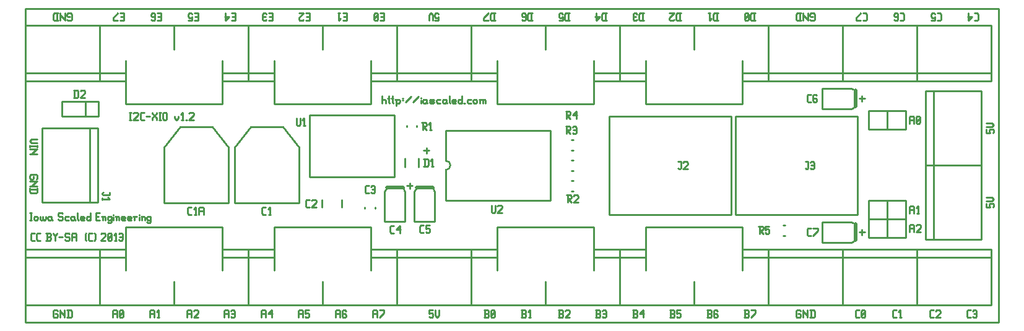
<source format=gbr>
G04 start of page 7 for group -4079 idx -4079 *
G04 Title: (unknown), topsilk *
G04 Creator: pcb 20140316 *
G04 CreationDate: Wed 18 Feb 2015 05:35:01 PM GMT UTC *
G04 For: ndholmes *
G04 Format: Gerber/RS-274X *
G04 PCB-Dimensions (mil): 5250.00 1700.00 *
G04 PCB-Coordinate-Origin: lower left *
%MOIN*%
%FSLAX25Y25*%
%LNTOPSILK*%
%ADD82C,0.0200*%
%ADD81C,0.0100*%
G54D81*X524500Y500D02*Y169500D01*
X449500Y49000D02*X452500D01*
X451000Y50500D02*Y47500D01*
Y122500D02*Y119500D01*
X449500Y121000D02*X452500D01*
X500Y500D02*X524500D01*
X500Y169500D02*Y500D01*
X216500Y94500D02*Y91500D01*
X215000Y93000D02*X218000D01*
X207500Y75500D02*Y72500D01*
X500Y169500D02*X524500D01*
X206000Y74000D02*X209000D01*
X218000Y7000D02*X220000D01*
X218000D02*Y5000D01*
X218500Y5500D01*
X219500D01*
X220000Y5000D01*
Y3500D01*
X219500Y3000D02*X220000Y3500D01*
X218500Y3000D02*X219500D01*
X218000Y3500D02*X218500Y3000D01*
X221200Y7000D02*Y4000D01*
X222200Y3000D01*
X223200Y4000D01*
Y7000D02*Y4000D01*
X247500Y3000D02*X249500D01*
X250000Y3500D01*
Y4500D02*Y3500D01*
X249500Y5000D02*X250000Y4500D01*
X248000Y5000D02*X249500D01*
X248000Y7000D02*Y3000D01*
X247500Y7000D02*X249500D01*
X250000Y6500D01*
Y5500D01*
X249500Y5000D02*X250000Y5500D01*
X251200Y3500D02*X251700Y3000D01*
X251200Y6500D02*Y3500D01*
Y6500D02*X251700Y7000D01*
X252700D01*
X253200Y6500D01*
Y3500D01*
X252700Y3000D02*X253200Y3500D01*
X251700Y3000D02*X252700D01*
X251200Y4000D02*X253200Y6000D01*
X267500Y3000D02*X269500D01*
X270000Y3500D01*
Y4500D02*Y3500D01*
X269500Y5000D02*X270000Y4500D01*
X268000Y5000D02*X269500D01*
X268000Y7000D02*Y3000D01*
X267500Y7000D02*X269500D01*
X270000Y6500D01*
Y5500D01*
X269500Y5000D02*X270000Y5500D01*
X271700Y3000D02*X272700D01*
X272200Y7000D02*Y3000D01*
X271200Y6000D02*X272200Y7000D01*
X287500Y3000D02*X289500D01*
X290000Y3500D01*
Y4500D02*Y3500D01*
X289500Y5000D02*X290000Y4500D01*
X288000Y5000D02*X289500D01*
X288000Y7000D02*Y3000D01*
X287500Y7000D02*X289500D01*
X290000Y6500D01*
Y5500D01*
X289500Y5000D02*X290000Y5500D01*
X291200Y6500D02*X291700Y7000D01*
X293200D01*
X293700Y6500D01*
Y5500D01*
X291200Y3000D02*X293700Y5500D01*
X291200Y3000D02*X293700D01*
X107500Y6500D02*Y3000D01*
Y6500D02*X108000Y7000D01*
X109500D01*
X110000Y6500D01*
Y3000D01*
X107500Y5000D02*X110000D01*
X111200Y6500D02*X111700Y7000D01*
X112700D01*
X113200Y6500D01*
Y3500D01*
X112700Y3000D02*X113200Y3500D01*
X111700Y3000D02*X112700D01*
X111200Y3500D02*X111700Y3000D01*
Y5000D02*X113200D01*
X167500Y6500D02*Y3000D01*
Y6500D02*X168000Y7000D01*
X169500D01*
X170000Y6500D01*
Y3000D01*
X167500Y5000D02*X170000D01*
X172700Y7000D02*X173200Y6500D01*
X171700Y7000D02*X172700D01*
X171200Y6500D02*X171700Y7000D01*
X171200Y6500D02*Y3500D01*
X171700Y3000D01*
X172700Y5000D02*X173200Y4500D01*
X171200Y5000D02*X172700D01*
X171700Y3000D02*X172700D01*
X173200Y3500D01*
Y4500D02*Y3500D01*
X187500Y6500D02*Y3000D01*
Y6500D02*X188000Y7000D01*
X189500D01*
X190000Y6500D01*
Y3000D01*
X187500Y5000D02*X190000D01*
X191200Y3000D02*X193700Y5500D01*
Y7000D02*Y5500D01*
X191200Y7000D02*X193700D01*
X127500Y6500D02*Y3000D01*
Y6500D02*X128000Y7000D01*
X129500D01*
X130000Y6500D01*
Y3000D01*
X127500Y5000D02*X130000D01*
X131200D02*X133200Y7000D01*
X131200Y5000D02*X133700D01*
X133200Y7000D02*Y3000D01*
X147500Y6500D02*Y3000D01*
Y6500D02*X148000Y7000D01*
X149500D01*
X150000Y6500D01*
Y3000D01*
X147500Y5000D02*X150000D01*
X151200Y7000D02*X153200D01*
X151200D02*Y5000D01*
X151700Y5500D01*
X152700D01*
X153200Y5000D01*
Y3500D01*
X152700Y3000D02*X153200Y3500D01*
X151700Y3000D02*X152700D01*
X151200Y3500D02*X151700Y3000D01*
X87500Y6500D02*Y3000D01*
Y6500D02*X88000Y7000D01*
X89500D01*
X90000Y6500D01*
Y3000D01*
X87500Y5000D02*X90000D01*
X91200Y6500D02*X91700Y7000D01*
X93200D01*
X93700Y6500D01*
Y5500D01*
X91200Y3000D02*X93700Y5500D01*
X91200Y3000D02*X93700D01*
X47500Y6500D02*Y3000D01*
Y6500D02*X48000Y7000D01*
X49500D01*
X50000Y6500D01*
Y3000D01*
X47500Y5000D02*X50000D01*
X51200Y3500D02*X51700Y3000D01*
X51200Y6500D02*Y3500D01*
Y6500D02*X51700Y7000D01*
X52700D01*
X53200Y6500D01*
Y3500D01*
X52700Y3000D02*X53200Y3500D01*
X51700Y3000D02*X52700D01*
X51200Y4000D02*X53200Y6000D01*
X67500Y6500D02*Y3000D01*
Y6500D02*X68000Y7000D01*
X69500D01*
X70000Y6500D01*
Y3000D01*
X67500Y5000D02*X70000D01*
X71700Y3000D02*X72700D01*
X72200Y7000D02*Y3000D01*
X71200Y6000D02*X72200Y7000D01*
X17500D02*X18000Y6500D01*
X16000Y7000D02*X17500D01*
X15500Y6500D02*X16000Y7000D01*
X15500Y6500D02*Y3500D01*
X16000Y3000D01*
X17500D01*
X18000Y3500D01*
Y4500D02*Y3500D01*
X17500Y5000D02*X18000Y4500D01*
X16500Y5000D02*X17500D01*
X19200Y7000D02*Y3000D01*
Y7000D02*Y6500D01*
X21700Y4000D01*
Y7000D02*Y3000D01*
X23400Y7000D02*Y3000D01*
X24900Y7000D02*X25400Y6500D01*
Y3500D01*
X24900Y3000D02*X25400Y3500D01*
X22900Y3000D02*X24900D01*
X22900Y7000D02*X24900D01*
X7000Y78000D02*X6500Y77500D01*
X7000Y79500D02*Y78000D01*
X6500Y80000D02*X7000Y79500D01*
X3500Y80000D02*X6500D01*
X3500D02*X3000Y79500D01*
Y78000D01*
X3500Y77500D01*
X4500D01*
X5000Y78000D02*X4500Y77500D01*
X5000Y79000D02*Y78000D01*
X3000Y76300D02*X7000D01*
X6500D02*X7000D01*
X6500D02*X4000Y73800D01*
X3000D02*X7000D01*
X3000Y72100D02*X7000D01*
Y70600D02*X6500Y70100D01*
X3500D02*X6500D01*
X3000Y70600D02*X3500Y70100D01*
X3000Y72600D02*Y70600D01*
X7000Y72600D02*Y70600D01*
X4000Y99000D02*X7000D01*
X4000D02*X3000Y98000D01*
X4000Y97000D01*
X7000D01*
Y95800D02*Y94800D01*
X3000Y95300D02*X7000D01*
X3000Y95800D02*Y94800D01*
Y93600D02*X7000D01*
X6500D02*X7000D01*
X6500D02*X4000Y91100D01*
X3000D02*X7000D01*
X4000Y44500D02*X5500D01*
X3500Y45000D02*X4000Y44500D01*
X3500Y48000D02*Y45000D01*
Y48000D02*X4000Y48500D01*
X5500D01*
X7200Y44500D02*X8700D01*
X6700Y45000D02*X7200Y44500D01*
X6700Y48000D02*Y45000D01*
Y48000D02*X7200Y48500D01*
X8700D01*
X11700Y44500D02*X13700D01*
X14200Y45000D01*
Y46000D02*Y45000D01*
X13700Y46500D02*X14200Y46000D01*
X12200Y46500D02*X13700D01*
X12200Y48500D02*Y44500D01*
X11700Y48500D02*X13700D01*
X14200Y48000D01*
Y47000D01*
X13700Y46500D02*X14200Y47000D01*
X15400Y48500D02*Y48000D01*
X16400Y47000D01*
X17400Y48000D01*
Y48500D02*Y48000D01*
X16400Y47000D02*Y44500D01*
X18600Y46500D02*X20600D01*
X23800Y48500D02*X24300Y48000D01*
X22300Y48500D02*X23800D01*
X21800Y48000D02*X22300Y48500D01*
X21800Y48000D02*Y47000D01*
X22300Y46500D01*
X23800D01*
X24300Y46000D01*
Y45000D01*
X23800Y44500D02*X24300Y45000D01*
X22300Y44500D02*X23800D01*
X21800Y45000D02*X22300Y44500D01*
X25500Y48000D02*Y44500D01*
Y48000D02*X26000Y48500D01*
X27500D01*
X28000Y48000D01*
Y44500D01*
X25500Y46500D02*X28000D01*
X32800Y45000D02*X33300Y44500D01*
X32800Y48000D02*X33300Y48500D01*
X32800Y48000D02*Y45000D01*
X35000Y44500D02*X36500D01*
X34500Y45000D02*X35000Y44500D01*
X34500Y48000D02*Y45000D01*
Y48000D02*X35000Y48500D01*
X36500D01*
X37700D02*X38200Y48000D01*
Y45000D01*
X37700Y44500D02*X38200Y45000D01*
X41200Y48000D02*X41700Y48500D01*
X43200D01*
X43700Y48000D01*
Y47000D01*
X41200Y44500D02*X43700Y47000D01*
X41200Y44500D02*X43700D01*
X44900Y45000D02*X45400Y44500D01*
X44900Y48000D02*Y45000D01*
Y48000D02*X45400Y48500D01*
X46400D01*
X46900Y48000D01*
Y45000D01*
X46400Y44500D02*X46900Y45000D01*
X45400Y44500D02*X46400D01*
X44900Y45500D02*X46900Y47500D01*
X48600Y44500D02*X49600D01*
X49100Y48500D02*Y44500D01*
X48100Y47500D02*X49100Y48500D01*
X50800Y48000D02*X51300Y48500D01*
X52300D01*
X52800Y48000D01*
Y45000D01*
X52300Y44500D02*X52800Y45000D01*
X51300Y44500D02*X52300D01*
X50800Y45000D02*X51300Y44500D01*
Y46500D02*X52800D01*
X3000Y59500D02*X4000D01*
X3500D02*Y55500D01*
X3000D02*X4000D01*
X5200Y57000D02*Y56000D01*
Y57000D02*X5700Y57500D01*
X6700D01*
X7200Y57000D01*
Y56000D01*
X6700Y55500D02*X7200Y56000D01*
X5700Y55500D02*X6700D01*
X5200Y56000D02*X5700Y55500D01*
X8400Y57500D02*Y56000D01*
X8900Y55500D01*
X9400D01*
X9900Y56000D01*
Y57500D02*Y56000D01*
X10400Y55500D01*
X10900D01*
X11400Y56000D01*
Y57500D02*Y56000D01*
X14100Y57500D02*X14600Y57000D01*
X13100Y57500D02*X14100D01*
X12600Y57000D02*X13100Y57500D01*
X12600Y57000D02*Y56000D01*
X13100Y55500D01*
X14600Y57500D02*Y56000D01*
X15100Y55500D01*
X13100D02*X14100D01*
X14600Y56000D01*
X20100Y59500D02*X20600Y59000D01*
X18600Y59500D02*X20100D01*
X18100Y59000D02*X18600Y59500D01*
X18100Y59000D02*Y58000D01*
X18600Y57500D01*
X20100D01*
X20600Y57000D01*
Y56000D01*
X20100Y55500D02*X20600Y56000D01*
X18600Y55500D02*X20100D01*
X18100Y56000D02*X18600Y55500D01*
X22300Y57500D02*X23800D01*
X21800Y57000D02*X22300Y57500D01*
X21800Y57000D02*Y56000D01*
X22300Y55500D01*
X23800D01*
X26500Y57500D02*X27000Y57000D01*
X25500Y57500D02*X26500D01*
X25000Y57000D02*X25500Y57500D01*
X25000Y57000D02*Y56000D01*
X25500Y55500D01*
X27000Y57500D02*Y56000D01*
X27500Y55500D01*
X25500D02*X26500D01*
X27000Y56000D01*
X28700Y59500D02*Y56000D01*
X29200Y55500D01*
X30700D02*X32200D01*
X30200Y56000D02*X30700Y55500D01*
X30200Y57000D02*Y56000D01*
Y57000D02*X30700Y57500D01*
X31700D01*
X32200Y57000D01*
X30200Y56500D02*X32200D01*
Y57000D02*Y56500D01*
X35400Y59500D02*Y55500D01*
X34900D02*X35400Y56000D01*
X33900Y55500D02*X34900D01*
X33400Y56000D02*X33900Y55500D01*
X33400Y57000D02*Y56000D01*
Y57000D02*X33900Y57500D01*
X34900D01*
X35400Y57000D01*
X38400Y57500D02*X39900D01*
X38400Y55500D02*X40400D01*
X38400Y59500D02*Y55500D01*
Y59500D02*X40400D01*
X42100Y57000D02*Y55500D01*
Y57000D02*X42600Y57500D01*
X43100D01*
X43600Y57000D01*
Y55500D01*
X41600Y57500D02*X42100Y57000D01*
X46300Y57500D02*X46800Y57000D01*
X45300Y57500D02*X46300D01*
X44800Y57000D02*X45300Y57500D01*
X44800Y57000D02*Y56000D01*
X45300Y55500D01*
X46300D01*
X46800Y56000D01*
X44800Y54500D02*X45300Y54000D01*
X46300D01*
X46800Y54500D01*
Y57500D02*Y54500D01*
X48000Y58500D02*Y58000D01*
Y57000D02*Y55500D01*
X49500Y57000D02*Y55500D01*
Y57000D02*X50000Y57500D01*
X50500D01*
X51000Y57000D01*
Y55500D01*
X49000Y57500D02*X49500Y57000D01*
X52700Y55500D02*X54200D01*
X52200Y56000D02*X52700Y55500D01*
X52200Y57000D02*Y56000D01*
Y57000D02*X52700Y57500D01*
X53700D01*
X54200Y57000D01*
X52200Y56500D02*X54200D01*
Y57000D02*Y56500D01*
X55900Y55500D02*X57400D01*
X55400Y56000D02*X55900Y55500D01*
X55400Y57000D02*Y56000D01*
Y57000D02*X55900Y57500D01*
X56900D01*
X57400Y57000D01*
X55400Y56500D02*X57400D01*
Y57000D02*Y56500D01*
X59100Y57000D02*Y55500D01*
Y57000D02*X59600Y57500D01*
X60600D01*
X58600D02*X59100Y57000D01*
X61800Y58500D02*Y58000D01*
Y57000D02*Y55500D01*
X63300Y57000D02*Y55500D01*
Y57000D02*X63800Y57500D01*
X64300D01*
X64800Y57000D01*
Y55500D01*
X62800Y57500D02*X63300Y57000D01*
X67500Y57500D02*X68000Y57000D01*
X66500Y57500D02*X67500D01*
X66000Y57000D02*X66500Y57500D01*
X66000Y57000D02*Y56000D01*
X66500Y55500D01*
X67500D01*
X68000Y56000D01*
X66000Y54500D02*X66500Y54000D01*
X67500D01*
X68000Y54500D01*
Y57500D02*Y54500D01*
X353000Y167000D02*Y163000D01*
X351500D02*X351000Y163500D01*
Y166500D02*Y163500D01*
X351500Y167000D02*X351000Y166500D01*
X351500Y167000D02*X353500D01*
X351500Y163000D02*X353500D01*
X349800Y163500D02*X349300Y163000D01*
X347800D02*X349300D01*
X347800D02*X347300Y163500D01*
Y164500D02*Y163500D01*
X349800Y167000D02*X347300Y164500D01*
Y167000D02*X349800D01*
X393000D02*Y163000D01*
X391500D02*X391000Y163500D01*
Y166500D02*Y163500D01*
X391500Y167000D02*X391000Y166500D01*
X391500Y167000D02*X393500D01*
X391500Y163000D02*X393500D01*
X389800Y166500D02*X389300Y167000D01*
X389800Y166500D02*Y163500D01*
X389300Y163000D01*
X388300D02*X389300D01*
X388300D02*X387800Y163500D01*
Y166500D02*Y163500D01*
X388300Y167000D02*X387800Y166500D01*
X388300Y167000D02*X389300D01*
X389800Y166000D02*X387800Y164000D01*
X373000Y167000D02*Y163000D01*
X371500D02*X371000Y163500D01*
Y166500D02*Y163500D01*
X371500Y167000D02*X371000Y166500D01*
X371500Y167000D02*X373500D01*
X371500Y163000D02*X373500D01*
X368300Y167000D02*X369300D01*
X368800D02*Y163000D01*
X369800Y164000D02*X368800Y163000D01*
X511500Y167000D02*X513000D01*
X513500Y166500D02*X513000Y167000D01*
X513500Y166500D02*Y163500D01*
X513000Y163000D01*
X511500D02*X513000D01*
X510300Y165000D02*X508300Y163000D01*
X507800Y165000D02*X510300D01*
X508300Y167000D02*Y163000D01*
X491500Y167000D02*X493000D01*
X493500Y166500D02*X493000Y167000D01*
X493500Y166500D02*Y163500D01*
X493000Y163000D01*
X491500D02*X493000D01*
X488300D02*X490300D01*
Y165000D02*Y163000D01*
Y165000D02*X489800Y164500D01*
X488800D02*X489800D01*
X488800D02*X488300Y165000D01*
Y166500D02*Y165000D01*
X488800Y167000D02*X488300Y166500D01*
X488800Y167000D02*X489800D01*
X490300Y166500D02*X489800Y167000D01*
X423500Y163000D02*X423000Y163500D01*
X423500Y163000D02*X425000D01*
X425500Y163500D02*X425000Y163000D01*
X425500Y166500D02*Y163500D01*
Y166500D02*X425000Y167000D01*
X423500D02*X425000D01*
X423500D02*X423000Y166500D01*
Y165500D01*
X423500Y165000D02*X423000Y165500D01*
X423500Y165000D02*X424500D01*
X421800Y167000D02*Y163000D01*
Y163500D02*Y163000D01*
Y163500D02*X419300Y166000D01*
Y167000D02*Y163000D01*
X417600Y167000D02*Y163000D01*
X416100D02*X415600Y163500D01*
Y166500D02*Y163500D01*
X416100Y167000D02*X415600Y166500D01*
X416100Y167000D02*X418100D01*
X416100Y163000D02*X418100D01*
X476500Y111000D02*Y107500D01*
Y111000D02*X477000Y111500D01*
X478500D01*
X479000Y111000D01*
Y107500D01*
X476500Y109500D02*X479000D01*
X480200Y108000D02*X480700Y107500D01*
X480200Y111000D02*Y108000D01*
Y111000D02*X480700Y111500D01*
X481700D01*
X482200Y111000D01*
Y108000D01*
X481700Y107500D02*X482200Y108000D01*
X480700Y107500D02*X481700D01*
X480200Y108500D02*X482200Y110500D01*
X471500Y167000D02*X473000D01*
X473500Y166500D02*X473000Y167000D01*
X473500Y166500D02*Y163500D01*
X473000Y163000D01*
X471500D02*X473000D01*
X468800D02*X468300Y163500D01*
X468800Y163000D02*X469800D01*
X470300Y163500D02*X469800Y163000D01*
X470300Y166500D02*Y163500D01*
Y166500D02*X469800Y167000D01*
X468800Y165000D02*X468300Y165500D01*
X468800Y165000D02*X470300D01*
X468800Y167000D02*X469800D01*
X468800D02*X468300Y166500D01*
Y165500D01*
X451500Y167000D02*X453000D01*
X453500Y166500D02*X453000Y167000D01*
X453500Y166500D02*Y163500D01*
X453000Y163000D01*
X451500D02*X453000D01*
X450300Y167000D02*X447800Y164500D01*
Y163000D01*
X450300D01*
X518000Y104500D02*Y102500D01*
X520000D01*
X519500Y103000D01*
Y104000D02*Y103000D01*
Y104000D02*X520000Y104500D01*
X521500D01*
X522000Y104000D02*X521500Y104500D01*
X522000Y104000D02*Y103000D01*
X521500Y102500D02*X522000Y103000D01*
X518000Y105700D02*X521000D01*
X522000Y106700D01*
X521000Y107700D01*
X518000D02*X521000D01*
X307500Y3000D02*X309500D01*
X310000Y3500D01*
Y4500D02*Y3500D01*
X309500Y5000D02*X310000Y4500D01*
X308000Y5000D02*X309500D01*
X308000Y7000D02*Y3000D01*
X307500Y7000D02*X309500D01*
X310000Y6500D01*
Y5500D01*
X309500Y5000D02*X310000Y5500D01*
X311200Y6500D02*X311700Y7000D01*
X312700D01*
X313200Y6500D01*
Y3500D01*
X312700Y3000D02*X313200Y3500D01*
X311700Y3000D02*X312700D01*
X311200Y3500D02*X311700Y3000D01*
Y5000D02*X313200D01*
X367500Y3000D02*X369500D01*
X370000Y3500D01*
Y4500D02*Y3500D01*
X369500Y5000D02*X370000Y4500D01*
X368000Y5000D02*X369500D01*
X368000Y7000D02*Y3000D01*
X367500Y7000D02*X369500D01*
X370000Y6500D01*
Y5500D01*
X369500Y5000D02*X370000Y5500D01*
X372700Y7000D02*X373200Y6500D01*
X371700Y7000D02*X372700D01*
X371200Y6500D02*X371700Y7000D01*
X371200Y6500D02*Y3500D01*
X371700Y3000D01*
X372700Y5000D02*X373200Y4500D01*
X371200Y5000D02*X372700D01*
X371700Y3000D02*X372700D01*
X373200Y3500D01*
Y4500D02*Y3500D01*
X327500Y3000D02*X329500D01*
X330000Y3500D01*
Y4500D02*Y3500D01*
X329500Y5000D02*X330000Y4500D01*
X328000Y5000D02*X329500D01*
X328000Y7000D02*Y3000D01*
X327500Y7000D02*X329500D01*
X330000Y6500D01*
Y5500D01*
X329500Y5000D02*X330000Y5500D01*
X331200Y5000D02*X333200Y7000D01*
X331200Y5000D02*X333700D01*
X333200Y7000D02*Y3000D01*
X347500D02*X349500D01*
X350000Y3500D01*
Y4500D02*Y3500D01*
X349500Y5000D02*X350000Y4500D01*
X348000Y5000D02*X349500D01*
X348000Y7000D02*Y3000D01*
X347500Y7000D02*X349500D01*
X350000Y6500D01*
Y5500D01*
X349500Y5000D02*X350000Y5500D01*
X351200Y7000D02*X353200D01*
X351200D02*Y5000D01*
X351700Y5500D01*
X352700D01*
X353200Y5000D01*
Y3500D01*
X352700Y3000D02*X353200Y3500D01*
X351700Y3000D02*X352700D01*
X351200Y3500D02*X351700Y3000D01*
X476500Y62500D02*Y59000D01*
Y62500D02*X477000Y63000D01*
X478500D01*
X479000Y62500D01*
Y59000D01*
X476500Y61000D02*X479000D01*
X480700Y59000D02*X481700D01*
X481200Y63000D02*Y59000D01*
X480200Y62000D02*X481200Y63000D01*
X518000Y64500D02*Y62500D01*
X520000D01*
X519500Y63000D01*
Y64000D02*Y63000D01*
Y64000D02*X520000Y64500D01*
X521500D01*
X522000Y64000D02*X521500Y64500D01*
X522000Y64000D02*Y63000D01*
X521500Y62500D02*X522000Y63000D01*
X518000Y65700D02*X521000D01*
X522000Y66700D01*
X521000Y67700D01*
X518000D02*X521000D01*
X476500Y52500D02*Y49000D01*
Y52500D02*X477000Y53000D01*
X478500D01*
X479000Y52500D01*
Y49000D01*
X476500Y51000D02*X479000D01*
X480200Y52500D02*X480700Y53000D01*
X482200D01*
X482700Y52500D01*
Y51500D01*
X480200Y49000D02*X482700Y51500D01*
X480200Y49000D02*X482700D01*
X488000Y3000D02*X489500D01*
X487500Y3500D02*X488000Y3000D01*
X487500Y6500D02*Y3500D01*
Y6500D02*X488000Y7000D01*
X489500D01*
X490700Y6500D02*X491200Y7000D01*
X492700D01*
X493200Y6500D01*
Y5500D01*
X490700Y3000D02*X493200Y5500D01*
X490700Y3000D02*X493200D01*
X508000D02*X509500D01*
X507500Y3500D02*X508000Y3000D01*
X507500Y6500D02*Y3500D01*
Y6500D02*X508000Y7000D01*
X509500D01*
X510700Y6500D02*X511200Y7000D01*
X512200D01*
X512700Y6500D01*
Y3500D01*
X512200Y3000D02*X512700Y3500D01*
X511200Y3000D02*X512200D01*
X510700Y3500D02*X511200Y3000D01*
Y5000D02*X512700D01*
X387500Y3000D02*X389500D01*
X390000Y3500D01*
Y4500D02*Y3500D01*
X389500Y5000D02*X390000Y4500D01*
X388000Y5000D02*X389500D01*
X388000Y7000D02*Y3000D01*
X387500Y7000D02*X389500D01*
X390000Y6500D01*
Y5500D01*
X389500Y5000D02*X390000Y5500D01*
X391200Y3000D02*X393700Y5500D01*
Y7000D02*Y5500D01*
X391200Y7000D02*X393700D01*
X417500D02*X418000Y6500D01*
X416000Y7000D02*X417500D01*
X415500Y6500D02*X416000Y7000D01*
X415500Y6500D02*Y3500D01*
X416000Y3000D01*
X417500D01*
X418000Y3500D01*
Y4500D02*Y3500D01*
X417500Y5000D02*X418000Y4500D01*
X416500Y5000D02*X417500D01*
X419200Y7000D02*Y3000D01*
Y7000D02*Y6500D01*
X421700Y4000D01*
Y7000D02*Y3000D01*
X423400Y7000D02*Y3000D01*
X424900Y7000D02*X425400Y6500D01*
Y3500D01*
X424900Y3000D02*X425400Y3500D01*
X422900Y3000D02*X424900D01*
X422900Y7000D02*X424900D01*
X448000Y3000D02*X449500D01*
X447500Y3500D02*X448000Y3000D01*
X447500Y6500D02*Y3500D01*
Y6500D02*X448000Y7000D01*
X449500D01*
X450700Y3500D02*X451200Y3000D01*
X450700Y6500D02*Y3500D01*
Y6500D02*X451200Y7000D01*
X452200D01*
X452700Y6500D01*
Y3500D01*
X452200Y3000D02*X452700Y3500D01*
X451200Y3000D02*X452200D01*
X450700Y4000D02*X452700Y6000D01*
X468000Y3000D02*X469500D01*
X467500Y3500D02*X468000Y3000D01*
X467500Y6500D02*Y3500D01*
Y6500D02*X468000Y7000D01*
X469500D01*
X471200Y3000D02*X472200D01*
X471700Y7000D02*Y3000D01*
X470700Y6000D02*X471700Y7000D01*
X333000Y167000D02*Y163000D01*
X331500D02*X331000Y163500D01*
Y166500D02*Y163500D01*
X331500Y167000D02*X331000Y166500D01*
X331500Y167000D02*X333500D01*
X331500Y163000D02*X333500D01*
X329800Y163500D02*X329300Y163000D01*
X328300D02*X329300D01*
X328300D02*X327800Y163500D01*
Y166500D02*Y163500D01*
X328300Y167000D02*X327800Y166500D01*
X328300Y167000D02*X329300D01*
X329800Y166500D02*X329300Y167000D01*
X327800Y165000D02*X329300D01*
X273000Y167000D02*Y163000D01*
X271500D02*X271000Y163500D01*
Y166500D02*Y163500D01*
X271500Y167000D02*X271000Y166500D01*
X271500Y167000D02*X273500D01*
X271500Y163000D02*X273500D01*
X268300D02*X267800Y163500D01*
X268300Y163000D02*X269300D01*
X269800Y163500D02*X269300Y163000D01*
X269800Y166500D02*Y163500D01*
Y166500D02*X269300Y167000D01*
X268300Y165000D02*X267800Y165500D01*
X268300Y165000D02*X269800D01*
X268300Y167000D02*X269300D01*
X268300D02*X267800Y166500D01*
Y165500D01*
X253000Y167000D02*Y163000D01*
X251500D02*X251000Y163500D01*
Y166500D02*Y163500D01*
X251500Y167000D02*X251000Y166500D01*
X251500Y167000D02*X253500D01*
X251500Y163000D02*X253500D01*
X249800Y167000D02*X247300Y164500D01*
Y163000D01*
X249800D01*
X313000Y167000D02*Y163000D01*
X311500D02*X311000Y163500D01*
Y166500D02*Y163500D01*
X311500Y167000D02*X311000Y166500D01*
X311500Y167000D02*X313500D01*
X311500Y163000D02*X313500D01*
X309800Y165000D02*X307800Y163000D01*
X307300Y165000D02*X309800D01*
X307800Y167000D02*Y163000D01*
X293000Y167000D02*Y163000D01*
X291500D02*X291000Y163500D01*
Y166500D02*Y163500D01*
X291500Y167000D02*X291000Y166500D01*
X291500Y167000D02*X293500D01*
X291500Y163000D02*X293500D01*
X287800D02*X289800D01*
Y165000D02*Y163000D01*
Y165000D02*X289300Y164500D01*
X288300D02*X289300D01*
X288300D02*X287800Y165000D01*
Y166500D02*Y165000D01*
X288300Y167000D02*X287800Y166500D01*
X288300Y167000D02*X289300D01*
X289800Y166500D02*X289300Y167000D01*
X152000Y165000D02*X153500D01*
X151500Y167000D02*X153500D01*
Y163000D01*
X151500D02*X153500D01*
X150300Y163500D02*X149800Y163000D01*
X148300D02*X149800D01*
X148300D02*X147800Y163500D01*
Y164500D02*Y163500D01*
X150300Y167000D02*X147800Y164500D01*
Y167000D02*X150300D01*
X192000Y165000D02*X193500D01*
X191500Y167000D02*X193500D01*
Y163000D01*
X191500D02*X193500D01*
X190300Y166500D02*X189800Y167000D01*
X190300Y166500D02*Y163500D01*
X189800Y163000D01*
X188800D02*X189800D01*
X188800D02*X188300Y163500D01*
Y166500D02*Y163500D01*
X188800Y167000D02*X188300Y166500D01*
X188800Y167000D02*X189800D01*
X190300Y166000D02*X188300Y164000D01*
X172000Y165000D02*X173500D01*
X171500Y167000D02*X173500D01*
Y163000D01*
X171500D02*X173500D01*
X168800Y167000D02*X169800D01*
X169300D02*Y163000D01*
X170300Y164000D02*X169300Y163000D01*
X132000Y165000D02*X133500D01*
X131500Y167000D02*X133500D01*
Y163000D01*
X131500D02*X133500D01*
X130300Y163500D02*X129800Y163000D01*
X128800D02*X129800D01*
X128800D02*X128300Y163500D01*
Y166500D02*Y163500D01*
X128800Y167000D02*X128300Y166500D01*
X128800Y167000D02*X129800D01*
X130300Y166500D02*X129800Y167000D01*
X128300Y165000D02*X129800D01*
X112000D02*X113500D01*
X111500Y167000D02*X113500D01*
Y163000D01*
X111500D02*X113500D01*
X110300Y165000D02*X108300Y163000D01*
X107800Y165000D02*X110300D01*
X108300Y167000D02*Y163000D01*
X92000Y165000D02*X93500D01*
X91500Y167000D02*X93500D01*
Y163000D01*
X91500D02*X93500D01*
X88300D02*X90300D01*
Y165000D02*Y163000D01*
Y165000D02*X89800Y164500D01*
X88800D02*X89800D01*
X88800D02*X88300Y165000D01*
Y166500D02*Y165000D01*
X88800Y167000D02*X88300Y166500D01*
X88800Y167000D02*X89800D01*
X90300Y166500D02*X89800Y167000D01*
X221000Y163000D02*X223000D01*
Y165000D02*Y163000D01*
Y165000D02*X222500Y164500D01*
X221500D02*X222500D01*
X221500D02*X221000Y165000D01*
Y166500D02*Y165000D01*
X221500Y167000D02*X221000Y166500D01*
X221500Y167000D02*X222500D01*
X223000Y166500D02*X222500Y167000D01*
X219800Y166000D02*Y163000D01*
Y166000D02*X218800Y167000D01*
X217800Y166000D01*
Y163000D01*
X192500Y122500D02*Y118500D01*
Y120000D02*X193000Y120500D01*
X194000D01*
X194500Y120000D01*
Y118500D01*
X196200Y122500D02*Y119000D01*
X196700Y118500D01*
X195700Y121000D02*X196700D01*
X198200Y122500D02*Y119000D01*
X198700Y118500D01*
X197700Y121000D02*X198700D01*
X200200Y120000D02*Y117000D01*
X199700Y120500D02*X200200Y120000D01*
X200700Y120500D01*
X201700D01*
X202200Y120000D01*
Y119000D01*
X201700Y118500D02*X202200Y119000D01*
X200700Y118500D02*X201700D01*
X200200Y119000D02*X200700Y118500D01*
X203400Y121000D02*X203900D01*
X203400Y120000D02*X203900D01*
X205100Y119000D02*X208100Y122000D01*
X209300Y119000D02*X212300Y122000D01*
X213500Y121500D02*Y121000D01*
Y120000D02*Y118500D01*
X216000Y120500D02*X216500Y120000D01*
X215000Y120500D02*X216000D01*
X214500Y120000D02*X215000Y120500D01*
X214500Y120000D02*Y119000D01*
X215000Y118500D01*
X216500Y120500D02*Y119000D01*
X217000Y118500D01*
X215000D02*X216000D01*
X216500Y119000D01*
X218700Y118500D02*X220200D01*
X220700Y119000D01*
X220200Y119500D02*X220700Y119000D01*
X218700Y119500D02*X220200D01*
X218200Y120000D02*X218700Y119500D01*
X218200Y120000D02*X218700Y120500D01*
X220200D01*
X220700Y120000D01*
X218200Y119000D02*X218700Y118500D01*
X222400Y120500D02*X223900D01*
X221900Y120000D02*X222400Y120500D01*
X221900Y120000D02*Y119000D01*
X222400Y118500D01*
X223900D01*
X226600Y120500D02*X227100Y120000D01*
X225600Y120500D02*X226600D01*
X225100Y120000D02*X225600Y120500D01*
X225100Y120000D02*Y119000D01*
X225600Y118500D01*
X227100Y120500D02*Y119000D01*
X227600Y118500D01*
X225600D02*X226600D01*
X227100Y119000D01*
X228800Y122500D02*Y119000D01*
X229300Y118500D01*
X230800D02*X232300D01*
X230300Y119000D02*X230800Y118500D01*
X230300Y120000D02*Y119000D01*
Y120000D02*X230800Y120500D01*
X231800D01*
X232300Y120000D01*
X230300Y119500D02*X232300D01*
Y120000D02*Y119500D01*
X235500Y122500D02*Y118500D01*
X235000D02*X235500Y119000D01*
X234000Y118500D02*X235000D01*
X233500Y119000D02*X234000Y118500D01*
X233500Y120000D02*Y119000D01*
Y120000D02*X234000Y120500D01*
X235000D01*
X235500Y120000D01*
X236700Y118500D02*X237200D01*
X238900Y120500D02*X240400D01*
X238400Y120000D02*X238900Y120500D01*
X238400Y120000D02*Y119000D01*
X238900Y118500D01*
X240400D01*
X241600Y120000D02*Y119000D01*
Y120000D02*X242100Y120500D01*
X243100D01*
X243600Y120000D01*
Y119000D01*
X243100Y118500D02*X243600Y119000D01*
X242100Y118500D02*X243100D01*
X241600Y119000D02*X242100Y118500D01*
X245300Y120000D02*Y118500D01*
Y120000D02*X245800Y120500D01*
X246300D01*
X246800Y120000D01*
Y118500D01*
Y120000D02*X247300Y120500D01*
X247800D01*
X248300Y120000D01*
Y118500D01*
X244800Y120500D02*X245300Y120000D01*
X72000Y165000D02*X73500D01*
X71500Y167000D02*X73500D01*
Y163000D01*
X71500D02*X73500D01*
X68800D02*X68300Y163500D01*
X68800Y163000D02*X69800D01*
X70300Y163500D02*X69800Y163000D01*
X70300Y166500D02*Y163500D01*
Y166500D02*X69800Y167000D01*
X68800Y165000D02*X68300Y165500D01*
X68800Y165000D02*X70300D01*
X68800Y167000D02*X69800D01*
X68800D02*X68300Y166500D01*
Y165500D01*
X52000Y165000D02*X53500D01*
X51500Y167000D02*X53500D01*
Y163000D01*
X51500D02*X53500D01*
X50300Y167000D02*X47800Y164500D01*
Y163000D01*
X50300D01*
X23500D02*X23000Y163500D01*
X23500Y163000D02*X25000D01*
X25500Y163500D02*X25000Y163000D01*
X25500Y166500D02*Y163500D01*
Y166500D02*X25000Y167000D01*
X23500D02*X25000D01*
X23500D02*X23000Y166500D01*
Y165500D01*
X23500Y165000D02*X23000Y165500D01*
X23500Y165000D02*X24500D01*
X21800Y167000D02*Y163000D01*
Y163500D02*Y163000D01*
Y163500D02*X19300Y166000D01*
Y167000D02*Y163000D01*
X17600Y167000D02*Y163000D01*
X16100D02*X15600Y163500D01*
Y166500D02*Y163500D01*
X16100Y167000D02*X15600Y166500D01*
X16100Y167000D02*X18100D01*
X16100Y163000D02*X18100D01*
X56500Y113500D02*X57500D01*
X57000D02*Y109500D01*
X56500D02*X57500D01*
X58700Y113000D02*X59200Y113500D01*
X60700D01*
X61200Y113000D01*
Y112000D01*
X58700Y109500D02*X61200Y112000D01*
X58700Y109500D02*X61200D01*
X62900D02*X64400D01*
X62400Y110000D02*X62900Y109500D01*
X62400Y113000D02*Y110000D01*
Y113000D02*X62900Y113500D01*
X64400D01*
X65600Y111500D02*X67600D01*
X68800Y113500D02*Y113000D01*
X71300Y110500D01*
Y109500D01*
X68800Y110500D02*Y109500D01*
Y110500D02*X71300Y113000D01*
Y113500D02*Y113000D01*
X72500Y113500D02*X73500D01*
X73000D02*Y109500D01*
X72500D02*X73500D01*
X74700Y113000D02*Y110000D01*
Y113000D02*X75200Y113500D01*
X76200D01*
X76700Y113000D01*
Y110000D01*
X76200Y109500D02*X76700Y110000D01*
X75200Y109500D02*X76200D01*
X74700Y110000D02*X75200Y109500D01*
X81000Y111500D02*Y110500D01*
X82000Y109500D01*
X83000Y110500D01*
Y111500D02*Y110500D01*
X84700Y109500D02*X85700D01*
X85200Y113500D02*Y109500D01*
X84200Y112500D02*X85200Y113500D01*
X86900Y109500D02*X87400D01*
X88600Y113000D02*X89100Y113500D01*
X90600D01*
X91100Y113000D01*
Y112000D01*
X88600Y109500D02*X91100Y112000D01*
X88600Y109500D02*X91100D01*
G54D82*X195200Y73100D02*X203800D01*
G54D81*X195200D02*X194000Y70700D01*
Y54900D01*
X205000D01*
Y70700D02*Y54900D01*
Y70700D02*X203800Y73100D01*
X188755Y62393D02*Y61607D01*
X183245Y62393D02*Y61607D01*
X204760Y88862D02*Y84138D01*
X212240Y88862D02*Y84138D01*
X205745Y106393D02*Y105607D01*
X211255Y106393D02*Y105607D01*
G54D82*X211200Y73100D02*X219800D01*
G54D81*X211200D02*X210000Y70700D01*
Y54900D01*
X221000D01*
Y70700D02*Y54900D01*
Y70700D02*X219800Y73100D01*
X120500Y160300D02*X160500D01*
X120500Y130300D02*X134500D01*
X120500Y134700D02*X134500D01*
X160500Y160300D02*Y147500D01*
X120500Y160300D02*Y130300D01*
X200500Y160300D02*X240500D01*
X200500Y130300D02*X240500D01*
X200500Y134700D02*X240500D01*
Y160300D02*Y130300D01*
X200500Y160300D02*Y130300D01*
X240500Y160300D02*X280500D01*
X240500Y130300D02*X254500D01*
X240500Y134700D02*X254500D01*
X280500Y160300D02*Y147500D01*
X240500Y160300D02*Y130300D01*
X280500Y160300D02*X320500D01*
X306500Y130300D02*X320500D01*
X306500Y134700D02*X320500D01*
Y160300D02*Y130300D01*
X280500Y160300D02*Y147500D01*
X160500Y160300D02*X200500D01*
X186500Y130300D02*X200500D01*
X186500Y134700D02*X200500D01*
Y160300D02*Y130300D01*
X160500Y160300D02*Y147500D01*
X254500Y118200D02*X306500D01*
Y141500D02*Y118200D01*
X254500Y141500D02*Y118200D01*
X153665Y78626D02*X199335D01*
X153665Y112090D02*X199335D01*
X153665D02*Y78626D01*
X199335Y112090D02*Y78626D01*
X139100Y105600D02*X147800Y94700D01*
Y64800D01*
X113200D02*X147800D01*
X113200Y94700D02*Y64800D01*
Y94700D02*X121900Y105600D01*
X139100D01*
X170814Y66468D02*Y62532D01*
X160186Y66468D02*Y62532D01*
X160500Y9700D02*X200500D01*
X186500Y39700D02*X200500D01*
X186500Y35300D02*X200500D01*
X160500Y22500D02*Y9700D01*
X200500Y39700D02*Y9700D01*
X120500D02*X160500D01*
X120500Y39700D02*X134500D01*
X120500Y35300D02*X134500D01*
X120500Y39700D02*Y9700D01*
X160500Y22500D02*Y9700D01*
X200500D02*X240500D01*
X200500Y39700D02*X240500D01*
X200500Y35300D02*X240500D01*
X200500Y39700D02*Y9700D01*
X240500Y39700D02*Y9700D01*
X134500Y51800D02*X186500D01*
X134500D02*Y28500D01*
X186500Y51800D02*Y28500D01*
X515300Y125000D02*Y85000D01*
X485300Y125000D02*Y85000D01*
X489700Y125000D02*Y85000D01*
X485300D02*X515300D01*
X485300Y125000D02*X515300D01*
Y85000D02*Y45000D01*
X485300Y85000D02*Y45000D01*
X489700Y85000D02*Y45000D01*
X485300D02*X515300D01*
X485300Y85000D02*X515300D01*
X480500Y9700D02*X520500D01*
X480500Y39700D02*X520500D01*
X480500Y35300D02*X520500D01*
X480500Y39700D02*Y9700D01*
X520500Y39700D02*Y9700D01*
X440500D02*X480500D01*
X440500Y39700D02*X480500D01*
X440500Y35300D02*X480500D01*
X440500Y39700D02*Y9700D01*
X480500Y39700D02*Y9700D01*
X445200Y43500D02*X447600Y44700D01*
X429400Y43500D02*X445200D01*
X429400Y54500D02*Y43500D01*
Y54500D02*X445200D01*
X447600Y53300D02*X445200Y54500D01*
G54D82*X447600Y53300D02*Y44700D01*
G54D81*X454500Y56000D02*X464500D01*
Y46000D01*
X454500Y56000D02*Y46000D01*
Y56000D02*X474500D01*
Y46000D01*
X454500D02*X474500D01*
X454500Y66000D02*X464500D01*
Y56000D01*
X454500Y66000D02*Y56000D01*
Y66000D02*X474500D01*
Y56000D01*
X454500D02*X474500D01*
X134500Y118200D02*X186500D01*
Y141500D02*Y118200D01*
X134500Y141500D02*Y118200D01*
X54500D02*X106500D01*
Y141500D02*Y118200D01*
X54500Y141500D02*Y118200D01*
X80500Y160300D02*X120500D01*
X106500Y130300D02*X120500D01*
X106500Y134700D02*X120500D01*
Y160300D02*Y130300D01*
X80500Y160300D02*Y147500D01*
X500Y160300D02*X40500D01*
X500Y130300D02*X40500D01*
X500Y134700D02*X40500D01*
Y160300D02*Y130300D01*
X500Y160300D02*Y130300D01*
X40500Y160300D02*X80500D01*
X40500Y130300D02*X54500D01*
X40500Y134700D02*X54500D01*
X80500Y160300D02*Y147500D01*
X40500Y160300D02*Y130300D01*
X20100Y119500D02*X39800D01*
X20100Y111500D02*X39800D01*
Y119500D02*Y111500D01*
X20100Y119500D02*Y111500D01*
X33000Y119500D02*Y111500D01*
X80500Y9700D02*X120500D01*
X106500Y39700D02*X120500D01*
X106500Y35300D02*X120500D01*
X80500Y22500D02*Y9700D01*
X120500Y39700D02*Y9700D01*
X54500Y51800D02*X106500D01*
X54500D02*Y28500D01*
X106500Y51800D02*Y28500D01*
X40500Y9700D02*X80500D01*
X40500Y39700D02*X54500D01*
X40500Y35300D02*X54500D01*
X40500Y39700D02*Y9700D01*
X80500Y22500D02*Y9700D01*
X9700Y105000D02*Y65000D01*
X39700Y105000D02*Y65000D01*
X35300Y105000D02*Y65000D01*
X9700Y105000D02*X39700D01*
X9700Y65000D02*X39700D01*
X500Y9700D02*X40500D01*
X500Y39700D02*X40500D01*
X500Y35300D02*X40500D01*
X500Y39700D02*Y9700D01*
X40500Y39700D02*Y9700D01*
X101100Y105600D02*X109800Y94700D01*
Y64800D01*
X75200D02*X109800D01*
X75200Y94700D02*Y64800D01*
Y94700D02*X83900Y105600D01*
X101100D01*
X280500Y9700D02*X320500D01*
X306500Y39700D02*X320500D01*
X306500Y35300D02*X320500D01*
X280500Y22500D02*Y9700D01*
X320500Y39700D02*Y9700D01*
X240500D02*X280500D01*
X240500Y39700D02*X254500D01*
X240500Y35300D02*X254500D01*
X240500Y39700D02*Y9700D01*
X280500Y22500D02*Y9700D01*
X254500Y51800D02*X306500D01*
X254500D02*Y28500D01*
X306500Y51800D02*Y28500D01*
X294607Y98755D02*X295393D01*
X294607Y93245D02*X295393D01*
X294607Y87755D02*X295393D01*
X294607Y82245D02*X295393D01*
X226835Y103913D02*Y87500D01*
Y82500D02*Y66087D01*
Y103913D02*X283165D01*
Y66087D01*
X226835D02*X283165D01*
X226835Y82500D02*G75*G03X226835Y87500I0J2500D01*G01*
X294607Y76755D02*X295393D01*
X294607Y71245D02*X295393D01*
X440500Y160300D02*X480500D01*
X440500Y130300D02*X480500D01*
X440500Y134700D02*X480500D01*
Y160300D02*Y130300D01*
X440500Y160300D02*Y130300D01*
X480500Y160300D02*X520500D01*
X480500Y130300D02*X520500D01*
X480500Y134700D02*X520500D01*
Y160300D02*Y130300D01*
X480500Y160300D02*Y130300D01*
X400500Y160300D02*X440500D01*
X400500Y130300D02*X440500D01*
X400500Y134700D02*X440500D01*
Y160300D02*Y130300D01*
X400500Y160300D02*Y130300D01*
X360500Y9700D02*X400500D01*
X386500Y39700D02*X400500D01*
X386500Y35300D02*X400500D01*
X360500Y22500D02*Y9700D01*
X400500Y39700D02*Y9700D01*
X440500D01*
X400500Y39700D02*X440500D01*
X400500Y35300D02*X440500D01*
X400500Y39700D02*Y9700D01*
X440500Y39700D02*Y9700D01*
X320500D02*X360500D01*
X320500Y39700D02*X334500D01*
X320500Y35300D02*X334500D01*
X320500Y39700D02*Y9700D01*
X360500Y22500D02*Y9700D01*
X334500Y51800D02*X386500D01*
X334500D02*Y28500D01*
X386500Y51800D02*Y28500D01*
X380500Y111500D02*Y58500D01*
X315000Y111500D02*Y58500D01*
X380500D01*
X315000Y111500D02*X380500D01*
X360500Y160300D02*X400500D01*
X386500Y130300D02*X400500D01*
X386500Y134700D02*X400500D01*
Y160300D02*Y130300D01*
X360500Y160300D02*Y147500D01*
X320500Y160300D02*X360500D01*
X320500Y130300D02*X334500D01*
X320500Y134700D02*X334500D01*
X360500Y160300D02*Y147500D01*
X320500Y160300D02*Y130300D01*
X334500Y118200D02*X386500D01*
Y141500D02*Y118200D01*
X334500Y141500D02*Y118200D01*
G54D82*X447600Y125300D02*Y116700D01*
G54D81*Y125300D02*X445200Y126500D01*
X429400D02*X445200D01*
X429400D02*Y115500D01*
X445200D01*
X447600Y116700D01*
X448500Y111500D02*Y58500D01*
X383000Y111500D02*Y58500D01*
X448500D01*
X383000Y111500D02*X448500D01*
X454500Y114500D02*X464500D01*
Y104500D01*
X454500Y114500D02*Y104500D01*
Y114500D02*X474500D01*
Y104500D01*
X454500D02*X474500D01*
X408607Y47245D02*X409393D01*
X408607Y52755D02*X409393D01*
X197500Y48500D02*X199000D01*
X197000Y49000D02*X197500Y48500D01*
X197000Y52000D02*Y49000D01*
Y52000D02*X197500Y52500D01*
X199000D01*
X200200Y50500D02*X202200Y52500D01*
X200200Y50500D02*X202700D01*
X202200Y52500D02*Y48500D01*
X184000Y70000D02*X185500D01*
X183500Y70500D02*X184000Y70000D01*
X183500Y73500D02*Y70500D01*
Y73500D02*X184000Y74000D01*
X185500D01*
X186700Y73500D02*X187200Y74000D01*
X188200D01*
X188700Y73500D01*
Y70500D01*
X188200Y70000D02*X188700Y70500D01*
X187200Y70000D02*X188200D01*
X186700Y70500D02*X187200Y70000D01*
Y72000D02*X188700D01*
X215500Y88500D02*Y84500D01*
X217000Y88500D02*X217500Y88000D01*
Y85000D01*
X217000Y84500D02*X217500Y85000D01*
X215000Y84500D02*X217000D01*
X215000Y88500D02*X217000D01*
X219200Y84500D02*X220200D01*
X219700Y88500D02*Y84500D01*
X218700Y87500D02*X219700Y88500D01*
X214000Y108000D02*X216000D01*
X216500Y107500D01*
Y106500D01*
X216000Y106000D02*X216500Y106500D01*
X214500Y106000D02*X216000D01*
X214500Y108000D02*Y104000D01*
Y106000D02*X216500Y104000D01*
X218200D02*X219200D01*
X218700Y108000D02*Y104000D01*
X217700Y107000D02*X218700Y108000D01*
X213500Y48600D02*X215000D01*
X213000Y49100D02*X213500Y48600D01*
X213000Y52100D02*Y49100D01*
Y52100D02*X213500Y52600D01*
X215000D01*
X216200D02*X218200D01*
X216200D02*Y50600D01*
X216700Y51100D01*
X217700D01*
X218200Y50600D01*
Y49100D01*
X217700Y48600D02*X218200Y49100D01*
X216700Y48600D02*X217700D01*
X216200Y49100D02*X216700Y48600D01*
X146500Y110500D02*Y107000D01*
X147000Y106500D01*
X148000D01*
X148500Y107000D01*
Y110500D02*Y107000D01*
X150200Y106500D02*X151200D01*
X150700Y110500D02*Y106500D01*
X149700Y109500D02*X150700Y110500D01*
X128500Y58500D02*X130000D01*
X128000Y59000D02*X128500Y58500D01*
X128000Y62000D02*Y59000D01*
Y62000D02*X128500Y62500D01*
X130000D01*
X131700Y58500D02*X132700D01*
X132200Y62500D02*Y58500D01*
X131200Y61500D02*X132200Y62500D01*
X152000D02*X153500D01*
X151500Y63000D02*X152000Y62500D01*
X151500Y66000D02*Y63000D01*
Y66000D02*X152000Y66500D01*
X153500D01*
X154700Y66000D02*X155200Y66500D01*
X156700D01*
X157200Y66000D01*
Y65000D01*
X154700Y62500D02*X157200Y65000D01*
X154700Y62500D02*X157200D01*
X88500Y58500D02*X90000D01*
X88000Y59000D02*X88500Y58500D01*
X88000Y62000D02*Y59000D01*
Y62000D02*X88500Y62500D01*
X90000D01*
X91700Y58500D02*X92700D01*
X92200Y62500D02*Y58500D01*
X91200Y61500D02*X92200Y62500D01*
X93900Y62000D02*Y58500D01*
Y62000D02*X94400Y62500D01*
X95900D01*
X96400Y62000D01*
Y58500D01*
X93900Y60500D02*X96400D01*
X422000Y47100D02*X423500D01*
X421500Y47600D02*X422000Y47100D01*
X421500Y50600D02*Y47600D01*
Y50600D02*X422000Y51100D01*
X423500D01*
X424700Y47100D02*X427200Y49600D01*
Y51100D02*Y49600D01*
X424700Y51100D02*X427200D01*
X422000Y119100D02*X423500D01*
X421500Y119600D02*X422000Y119100D01*
X421500Y122600D02*Y119600D01*
Y122600D02*X422000Y123100D01*
X423500D01*
X426200D02*X426700Y122600D01*
X425200Y123100D02*X426200D01*
X424700Y122600D02*X425200Y123100D01*
X424700Y122600D02*Y119600D01*
X425200Y119100D01*
X426200Y121100D02*X426700Y120600D01*
X424700Y121100D02*X426200D01*
X425200Y119100D02*X426200D01*
X426700Y119600D01*
Y120600D02*Y119600D01*
X420500Y87000D02*X422000D01*
Y83500D01*
X421500Y83000D02*X422000Y83500D01*
X421000Y83000D02*X421500D01*
X420500Y83500D02*X421000Y83000D01*
X423200Y86500D02*X423700Y87000D01*
X424700D01*
X425200Y86500D01*
Y83500D01*
X424700Y83000D02*X425200Y83500D01*
X423700Y83000D02*X424700D01*
X423200Y83500D02*X423700Y83000D01*
Y85000D02*X425200D01*
X395307Y52150D02*X397307D01*
X397807Y51650D01*
Y50650D01*
X397307Y50150D02*X397807Y50650D01*
X395807Y50150D02*X397307D01*
X395807Y52150D02*Y48150D01*
Y50150D02*X397807Y48150D01*
X399007Y52150D02*X401007D01*
X399007D02*Y50150D01*
X399507Y50650D01*
X400507D01*
X401007Y50150D01*
Y48650D01*
X400507Y48150D02*X401007Y48650D01*
X399507Y48150D02*X400507D01*
X399007Y48650D02*X399507Y48150D01*
X352000Y87000D02*X353500D01*
Y83500D01*
X353000Y83000D02*X353500Y83500D01*
X352500Y83000D02*X353000D01*
X352000Y83500D02*X352500Y83000D01*
X354700Y86500D02*X355200Y87000D01*
X356700D01*
X357200Y86500D01*
Y85500D01*
X354700Y83000D02*X357200Y85500D01*
X354700Y83000D02*X357200D01*
X291500Y114000D02*X293500D01*
X294000Y113500D01*
Y112500D01*
X293500Y112000D02*X294000Y112500D01*
X292000Y112000D02*X293500D01*
X292000Y114000D02*Y110000D01*
Y112000D02*X294000Y110000D01*
X295200Y112000D02*X297200Y114000D01*
X295200Y112000D02*X297700D01*
X297200Y114000D02*Y110000D01*
X291500Y106000D02*X293500D01*
X294000Y105500D01*
Y104500D01*
X293500Y104000D02*X294000Y104500D01*
X292000Y104000D02*X293500D01*
X292000Y106000D02*Y102000D01*
Y104000D02*X294000Y102000D01*
X295200Y105500D02*X295700Y106000D01*
X296700D01*
X297200Y105500D01*
Y102500D01*
X296700Y102000D02*X297200Y102500D01*
X295700Y102000D02*X296700D01*
X295200Y102500D02*X295700Y102000D01*
Y104000D02*X297200D01*
X251500Y63500D02*Y60000D01*
X252000Y59500D01*
X253000D01*
X253500Y60000D01*
Y63500D02*Y60000D01*
X254700Y63000D02*X255200Y63500D01*
X256700D01*
X257200Y63000D01*
Y62000D01*
X254700Y59500D02*X257200Y62000D01*
X254700Y59500D02*X257200D01*
X292000Y69000D02*X294000D01*
X294500Y68500D01*
Y67500D01*
X294000Y67000D02*X294500Y67500D01*
X292500Y67000D02*X294000D01*
X292500Y69000D02*Y65000D01*
Y67000D02*X294500Y65000D01*
X295700Y68500D02*X296200Y69000D01*
X297700D01*
X298200Y68500D01*
Y67500D01*
X295700Y65000D02*X298200Y67500D01*
X295700Y65000D02*X298200D01*
X27000Y125500D02*Y121500D01*
X28500Y125500D02*X29000Y125000D01*
Y122000D01*
X28500Y121500D02*X29000Y122000D01*
X26500Y121500D02*X28500D01*
X26500Y125500D02*X28500D01*
X30200Y125000D02*X30700Y125500D01*
X32200D01*
X32700Y125000D01*
Y124000D01*
X30200Y121500D02*X32700Y124000D01*
X30200Y121500D02*X32700D01*
X46000Y70500D02*Y69000D01*
X42500D02*X46000D01*
X42000Y69500D02*X42500Y69000D01*
X42000Y70000D02*Y69500D01*
X42500Y70500D02*X42000Y70000D01*
Y67300D02*Y66300D01*
Y66800D02*X46000D01*
X45000Y67800D02*X46000Y66800D01*
M02*

</source>
